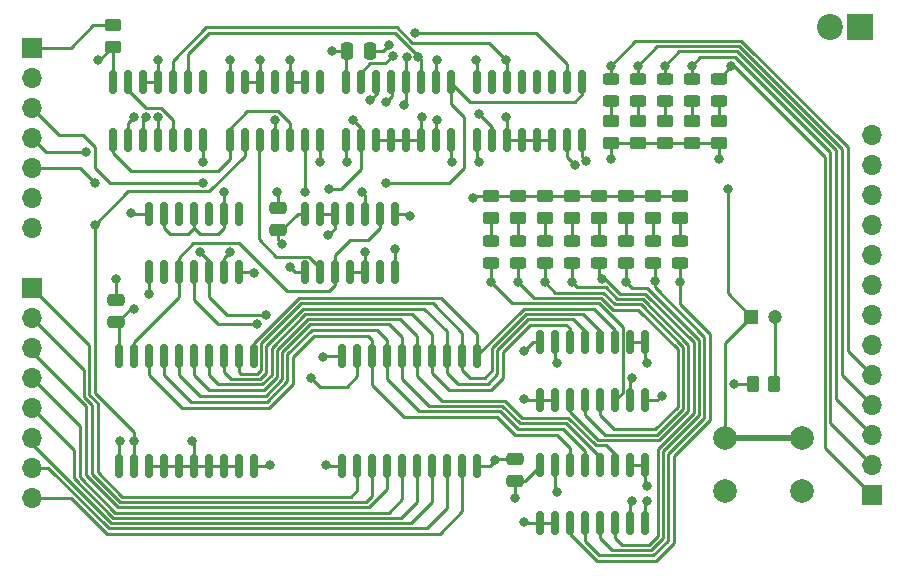
<source format=gbr>
%TF.GenerationSoftware,KiCad,Pcbnew,(6.0.0-0)*%
%TF.CreationDate,2022-08-12T08:36:23-04:00*%
%TF.ProjectId,inst-step-irq-decode,696e7374-2d73-4746-9570-2d6972712d64,rev?*%
%TF.SameCoordinates,Original*%
%TF.FileFunction,Copper,L1,Top*%
%TF.FilePolarity,Positive*%
%FSLAX46Y46*%
G04 Gerber Fmt 4.6, Leading zero omitted, Abs format (unit mm)*
G04 Created by KiCad (PCBNEW (6.0.0-0)) date 2022-08-12 08:36:23*
%MOMM*%
%LPD*%
G01*
G04 APERTURE LIST*
G04 Aperture macros list*
%AMRoundRect*
0 Rectangle with rounded corners*
0 $1 Rounding radius*
0 $2 $3 $4 $5 $6 $7 $8 $9 X,Y pos of 4 corners*
0 Add a 4 corners polygon primitive as box body*
4,1,4,$2,$3,$4,$5,$6,$7,$8,$9,$2,$3,0*
0 Add four circle primitives for the rounded corners*
1,1,$1+$1,$2,$3*
1,1,$1+$1,$4,$5*
1,1,$1+$1,$6,$7*
1,1,$1+$1,$8,$9*
0 Add four rect primitives between the rounded corners*
20,1,$1+$1,$2,$3,$4,$5,0*
20,1,$1+$1,$4,$5,$6,$7,0*
20,1,$1+$1,$6,$7,$8,$9,0*
20,1,$1+$1,$8,$9,$2,$3,0*%
G04 Aperture macros list end*
%TA.AperFunction,SMDPad,CuDef*%
%ADD10RoundRect,0.250000X0.450000X-0.262500X0.450000X0.262500X-0.450000X0.262500X-0.450000X-0.262500X0*%
%TD*%
%TA.AperFunction,SMDPad,CuDef*%
%ADD11RoundRect,0.250000X-0.450000X0.262500X-0.450000X-0.262500X0.450000X-0.262500X0.450000X0.262500X0*%
%TD*%
%TA.AperFunction,SMDPad,CuDef*%
%ADD12RoundRect,0.243750X-0.456250X0.243750X-0.456250X-0.243750X0.456250X-0.243750X0.456250X0.243750X0*%
%TD*%
%TA.AperFunction,SMDPad,CuDef*%
%ADD13RoundRect,0.150000X0.150000X-0.825000X0.150000X0.825000X-0.150000X0.825000X-0.150000X-0.825000X0*%
%TD*%
%TA.AperFunction,SMDPad,CuDef*%
%ADD14RoundRect,0.250000X0.475000X-0.250000X0.475000X0.250000X-0.475000X0.250000X-0.475000X-0.250000X0*%
%TD*%
%TA.AperFunction,SMDPad,CuDef*%
%ADD15RoundRect,0.150000X0.150000X-0.875000X0.150000X0.875000X-0.150000X0.875000X-0.150000X-0.875000X0*%
%TD*%
%TA.AperFunction,SMDPad,CuDef*%
%ADD16RoundRect,0.243750X0.456250X-0.243750X0.456250X0.243750X-0.456250X0.243750X-0.456250X-0.243750X0*%
%TD*%
%TA.AperFunction,SMDPad,CuDef*%
%ADD17RoundRect,0.250000X0.262500X0.450000X-0.262500X0.450000X-0.262500X-0.450000X0.262500X-0.450000X0*%
%TD*%
%TA.AperFunction,ComponentPad*%
%ADD18R,2.200000X2.200000*%
%TD*%
%TA.AperFunction,ComponentPad*%
%ADD19C,2.200000*%
%TD*%
%TA.AperFunction,ComponentPad*%
%ADD20R,1.200000X1.200000*%
%TD*%
%TA.AperFunction,ComponentPad*%
%ADD21C,1.200000*%
%TD*%
%TA.AperFunction,ComponentPad*%
%ADD22C,2.000000*%
%TD*%
%TA.AperFunction,SMDPad,CuDef*%
%ADD23RoundRect,0.250000X-0.250000X-0.475000X0.250000X-0.475000X0.250000X0.475000X-0.250000X0.475000X0*%
%TD*%
%TA.AperFunction,ComponentPad*%
%ADD24R,1.700000X1.700000*%
%TD*%
%TA.AperFunction,ComponentPad*%
%ADD25O,1.700000X1.700000*%
%TD*%
%TA.AperFunction,ViaPad*%
%ADD26C,0.800000*%
%TD*%
%TA.AperFunction,Conductor*%
%ADD27C,0.250000*%
%TD*%
%TA.AperFunction,Conductor*%
%ADD28C,0.500000*%
%TD*%
G04 APERTURE END LIST*
D10*
%TO.P,R2,1*%
%TO.N,Net-(D1-Pad1)*%
X153670000Y-93368742D03*
%TO.P,R2,2*%
%TO.N,GND*%
X153670000Y-91543742D03*
%TD*%
%TO.P,R3,1*%
%TO.N,Net-(D2-Pad1)*%
X155956000Y-93368742D03*
%TO.P,R3,2*%
%TO.N,GND*%
X155956000Y-91543742D03*
%TD*%
D11*
%TO.P,R13,1*%
%TO.N,Net-(D12-Pad1)*%
X172974000Y-85193742D03*
%TO.P,R13,2*%
%TO.N,GND*%
X172974000Y-87018742D03*
%TD*%
D12*
%TO.P,D6,1,K*%
%TO.N,Net-(D6-Pad1)*%
X165100000Y-95328742D03*
%TO.P,D6,2,A*%
%TO.N,INSTRUCTION2*%
X165100000Y-97203742D03*
%TD*%
D11*
%TO.P,R1,1*%
%TO.N,~{RESET}*%
X121666000Y-77065742D03*
%TO.P,R1,2*%
%TO.N,VCC*%
X121666000Y-78890742D03*
%TD*%
D13*
%TO.P,U5,1*%
%TO.N,Net-(U4-Pad6)*%
X137922000Y-97979242D03*
%TO.P,U5,2*%
%TO.N,Net-(U4-Pad3)*%
X139192000Y-97979242D03*
%TO.P,U5,3*%
%TO.N,~{BUS_SEL}*%
X140462000Y-97979242D03*
%TO.P,U5,4*%
%TO.N,GND*%
X141732000Y-97979242D03*
%TO.P,U5,5*%
X143002000Y-97979242D03*
%TO.P,U5,6*%
%TO.N,unconnected-(U5-Pad6)*%
X144272000Y-97979242D03*
%TO.P,U5,7,GND*%
%TO.N,GND*%
X145542000Y-97979242D03*
%TO.P,U5,8*%
%TO.N,Net-(U5-Pad8)*%
X145542000Y-93029242D03*
%TO.P,U5,9*%
%TO.N,~{BUS_SEL}*%
X144272000Y-93029242D03*
%TO.P,U5,10*%
%TO.N,~{LD_IR}*%
X143002000Y-93029242D03*
%TO.P,U5,11*%
%TO.N,unconnected-(U5-Pad11)*%
X141732000Y-93029242D03*
%TO.P,U5,12*%
%TO.N,GND*%
X140462000Y-93029242D03*
%TO.P,U5,13*%
X139192000Y-93029242D03*
%TO.P,U5,14,VCC*%
%TO.N,VCC*%
X137922000Y-93029242D03*
%TD*%
D12*
%TO.P,D8,1,K*%
%TO.N,Net-(D8-Pad1)*%
X169672000Y-95328742D03*
%TO.P,D8,2,A*%
%TO.N,INSTRUCTION0*%
X169672000Y-97203742D03*
%TD*%
D13*
%TO.P,U4,1*%
%TO.N,/~{ZF}*%
X131572000Y-86803242D03*
%TO.P,U4,2*%
%TO.N,~{RESET}*%
X132842000Y-86803242D03*
%TO.P,U4,3*%
%TO.N,Net-(U4-Pad3)*%
X134112000Y-86803242D03*
%TO.P,U4,4*%
%TO.N,~{INT_REQUEST}*%
X135382000Y-86803242D03*
%TO.P,U4,5*%
%TO.N,/~{ZF}*%
X136652000Y-86803242D03*
%TO.P,U4,6*%
%TO.N,Net-(U4-Pad6)*%
X137922000Y-86803242D03*
%TO.P,U4,7,GND*%
%TO.N,GND*%
X139192000Y-86803242D03*
%TO.P,U4,8*%
%TO.N,unconnected-(U4-Pad8)*%
X139192000Y-81853242D03*
%TO.P,U4,9*%
%TO.N,GND*%
X137922000Y-81853242D03*
%TO.P,U4,10*%
X136652000Y-81853242D03*
%TO.P,U4,11*%
%TO.N,unconnected-(U4-Pad11)*%
X135382000Y-81853242D03*
%TO.P,U4,12*%
%TO.N,GND*%
X134112000Y-81853242D03*
%TO.P,U4,13*%
X132842000Y-81853242D03*
%TO.P,U4,14,VCC*%
%TO.N,VCC*%
X131572000Y-81853242D03*
%TD*%
D11*
%TO.P,R12,1*%
%TO.N,Net-(D11-Pad1)*%
X170688000Y-85193742D03*
%TO.P,R12,2*%
%TO.N,GND*%
X170688000Y-87018742D03*
%TD*%
D13*
%TO.P,U8,1,Oe1*%
%TO.N,GND*%
X157861000Y-119237242D03*
%TO.P,U8,2,Oe2*%
X159131000Y-119237242D03*
%TO.P,U8,3,Q0*%
%TO.N,INSTRUCTION0*%
X160401000Y-119237242D03*
%TO.P,U8,4,Q1*%
%TO.N,INSTRUCTION1*%
X161671000Y-119237242D03*
%TO.P,U8,5,Q2*%
%TO.N,INSTRUCTION2*%
X162941000Y-119237242D03*
%TO.P,U8,6,Q3*%
%TO.N,INSTRUCTION3*%
X164211000Y-119237242D03*
%TO.P,U8,7,Cp*%
%TO.N,CLOCK*%
X165481000Y-119237242D03*
%TO.P,U8,8,GND*%
%TO.N,GND*%
X166751000Y-119237242D03*
%TO.P,U8,9,E1*%
%TO.N,Net-(U5-Pad8)*%
X166751000Y-114287242D03*
%TO.P,U8,10,E2*%
X165481000Y-114287242D03*
%TO.P,U8,11,D3*%
%TO.N,/INST_BUS_3*%
X164211000Y-114287242D03*
%TO.P,U8,12,D2*%
%TO.N,/INST_BUS_2*%
X162941000Y-114287242D03*
%TO.P,U8,13,D1*%
%TO.N,/INST_BUS_1*%
X161671000Y-114287242D03*
%TO.P,U8,14,D0*%
%TO.N,/INST_BUS_0*%
X160401000Y-114287242D03*
%TO.P,U8,15,Mr*%
%TO.N,GND*%
X159131000Y-114287242D03*
%TO.P,U8,16,VCC*%
%TO.N,VCC*%
X157861000Y-114287242D03*
%TD*%
D12*
%TO.P,D2,1,K*%
%TO.N,Net-(D2-Pad1)*%
X155956000Y-95328742D03*
%TO.P,D2,2,A*%
%TO.N,INSTRUCTION6*%
X155956000Y-97203742D03*
%TD*%
D14*
%TO.P,C4,1*%
%TO.N,VCC*%
X121920000Y-102218242D03*
%TO.P,C4,2*%
%TO.N,GND*%
X121920000Y-100318242D03*
%TD*%
D10*
%TO.P,R6,1*%
%TO.N,Net-(D5-Pad1)*%
X162814000Y-93368742D03*
%TO.P,R6,2*%
%TO.N,GND*%
X162814000Y-91543742D03*
%TD*%
D15*
%TO.P,U7,1,A->B*%
%TO.N,VCC*%
X141097000Y-114378242D03*
%TO.P,U7,2,A0*%
%TO.N,BUS0*%
X142367000Y-114378242D03*
%TO.P,U7,3,A1*%
%TO.N,BUS1*%
X143637000Y-114378242D03*
%TO.P,U7,4,A2*%
%TO.N,BUS2*%
X144907000Y-114378242D03*
%TO.P,U7,5,A3*%
%TO.N,BUS3*%
X146177000Y-114378242D03*
%TO.P,U7,6,A4*%
%TO.N,BUS4*%
X147447000Y-114378242D03*
%TO.P,U7,7,A5*%
%TO.N,BUS5*%
X148717000Y-114378242D03*
%TO.P,U7,8,A6*%
%TO.N,BUS6*%
X149987000Y-114378242D03*
%TO.P,U7,9,A7*%
%TO.N,BUS7*%
X151257000Y-114378242D03*
%TO.P,U7,10,GND*%
%TO.N,GND*%
X152527000Y-114378242D03*
%TO.P,U7,11,B7*%
%TO.N,/INST_BUS_7*%
X152527000Y-105078242D03*
%TO.P,U7,12,B6*%
%TO.N,/INST_BUS_6*%
X151257000Y-105078242D03*
%TO.P,U7,13,B5*%
%TO.N,/INST_BUS_5*%
X149987000Y-105078242D03*
%TO.P,U7,14,B4*%
%TO.N,/INST_BUS_4*%
X148717000Y-105078242D03*
%TO.P,U7,15,B3*%
%TO.N,/INST_BUS_3*%
X147447000Y-105078242D03*
%TO.P,U7,16,B2*%
%TO.N,/INST_BUS_2*%
X146177000Y-105078242D03*
%TO.P,U7,17,B1*%
%TO.N,/INST_BUS_1*%
X144907000Y-105078242D03*
%TO.P,U7,18,B0*%
%TO.N,/INST_BUS_0*%
X143637000Y-105078242D03*
%TO.P,U7,19,CE*%
%TO.N,Net-(U1-Pad4)*%
X142367000Y-105078242D03*
%TO.P,U7,20,VCC*%
%TO.N,VCC*%
X141097000Y-105078242D03*
%TD*%
%TO.P,U6,1,A->B*%
%TO.N,VCC*%
X122174000Y-114378242D03*
%TO.P,U6,2,A0*%
%TO.N,~{RESET}*%
X123444000Y-114378242D03*
%TO.P,U6,3,A1*%
%TO.N,VCC*%
X124714000Y-114378242D03*
%TO.P,U6,4,A2*%
X125984000Y-114378242D03*
%TO.P,U6,5,A3*%
X127254000Y-114378242D03*
%TO.P,U6,6,A4*%
X128524000Y-114378242D03*
%TO.P,U6,7,A5*%
X129794000Y-114378242D03*
%TO.P,U6,8,A6*%
X131064000Y-114378242D03*
%TO.P,U6,9,A7*%
X132334000Y-114378242D03*
%TO.P,U6,10,GND*%
%TO.N,GND*%
X133604000Y-114378242D03*
%TO.P,U6,11,B7*%
%TO.N,/INST_BUS_7*%
X133604000Y-105078242D03*
%TO.P,U6,12,B6*%
%TO.N,/INST_BUS_6*%
X132334000Y-105078242D03*
%TO.P,U6,13,B5*%
%TO.N,/INST_BUS_5*%
X131064000Y-105078242D03*
%TO.P,U6,14,B4*%
%TO.N,/INST_BUS_4*%
X129794000Y-105078242D03*
%TO.P,U6,15,B3*%
%TO.N,/INST_BUS_3*%
X128524000Y-105078242D03*
%TO.P,U6,16,B2*%
%TO.N,/INST_BUS_2*%
X127254000Y-105078242D03*
%TO.P,U6,17,B1*%
%TO.N,/INST_BUS_1*%
X125984000Y-105078242D03*
%TO.P,U6,18,B0*%
%TO.N,/INST_BUS_0*%
X124714000Y-105078242D03*
%TO.P,U6,19,CE*%
%TO.N,~{BUS_SEL}*%
X123444000Y-105078242D03*
%TO.P,U6,20,VCC*%
%TO.N,VCC*%
X122174000Y-105078242D03*
%TD*%
D12*
%TO.P,D5,1,K*%
%TO.N,Net-(D5-Pad1)*%
X162814000Y-95328742D03*
%TO.P,D5,2,A*%
%TO.N,INSTRUCTION3*%
X162814000Y-97203742D03*
%TD*%
D10*
%TO.P,R4,1*%
%TO.N,Net-(D3-Pad1)*%
X158242000Y-93368742D03*
%TO.P,R4,2*%
%TO.N,GND*%
X158242000Y-91543742D03*
%TD*%
%TO.P,R5,1*%
%TO.N,Net-(D4-Pad1)*%
X160528000Y-93368742D03*
%TO.P,R5,2*%
%TO.N,GND*%
X160528000Y-91543742D03*
%TD*%
%TO.P,R9,1*%
%TO.N,Net-(D8-Pad1)*%
X169672000Y-93368742D03*
%TO.P,R9,2*%
%TO.N,GND*%
X169672000Y-91543742D03*
%TD*%
D12*
%TO.P,D4,1,K*%
%TO.N,Net-(D4-Pad1)*%
X160528000Y-95328742D03*
%TO.P,D4,2,A*%
%TO.N,INSTRUCTION4*%
X160528000Y-97203742D03*
%TD*%
D16*
%TO.P,D11,1,K*%
%TO.N,Net-(D11-Pad1)*%
X170688000Y-83487742D03*
%TO.P,D11,2,A*%
%TO.N,STEP1*%
X170688000Y-81612742D03*
%TD*%
D10*
%TO.P,R7,1*%
%TO.N,Net-(D6-Pad1)*%
X165100000Y-93368742D03*
%TO.P,R7,2*%
%TO.N,GND*%
X165100000Y-91543742D03*
%TD*%
D17*
%TO.P,R15,1*%
%TO.N,Net-(C5-Pad2)*%
X177696500Y-107442242D03*
%TO.P,R15,2*%
%TO.N,GND*%
X175871500Y-107442242D03*
%TD*%
D16*
%TO.P,D10,1,K*%
%TO.N,Net-(D10-Pad1)*%
X168402000Y-83487742D03*
%TO.P,D10,2,A*%
%TO.N,STEP2*%
X168402000Y-81612742D03*
%TD*%
D11*
%TO.P,R14,1*%
%TO.N,Net-(D13-Pad1)*%
X163830000Y-85193742D03*
%TO.P,R14,2*%
%TO.N,GND*%
X163830000Y-87018742D03*
%TD*%
%TO.P,R11,1*%
%TO.N,Net-(D10-Pad1)*%
X168402000Y-85193742D03*
%TO.P,R11,2*%
%TO.N,GND*%
X168402000Y-87018742D03*
%TD*%
D18*
%TO.P,J4,1,Pin_1*%
%TO.N,GND*%
X184912000Y-77216000D03*
D19*
%TO.P,J4,2,Pin_2*%
%TO.N,~{RESET}*%
X182372000Y-77216000D03*
%TD*%
D20*
%TO.P,C5,1*%
%TO.N,~{RESET}*%
X175757401Y-101770000D03*
D21*
%TO.P,C5,2*%
%TO.N,Net-(C5-Pad2)*%
X177757401Y-101770000D03*
%TD*%
D16*
%TO.P,D13,1,K*%
%TO.N,Net-(D13-Pad1)*%
X163830000Y-83487742D03*
%TO.P,D13,2,A*%
%TO.N,STEP4*%
X163830000Y-81612742D03*
%TD*%
D13*
%TO.P,U2,1*%
%TO.N,/~{ZF}*%
X121666000Y-86803242D03*
%TO.P,U2,2*%
%TO.N,STEP0*%
X122936000Y-86803242D03*
%TO.P,U2,3*%
%TO.N,STEP1*%
X124206000Y-86803242D03*
%TO.P,U2,4*%
%TO.N,STEP2*%
X125476000Y-86803242D03*
%TO.P,U2,5*%
%TO.N,Net-(U2-Pad13)*%
X126746000Y-86803242D03*
%TO.P,U2,6*%
%TO.N,N/C*%
X128016000Y-86803242D03*
%TO.P,U2,7,VSS*%
%TO.N,GND*%
X129286000Y-86803242D03*
%TO.P,U2,8*%
%TO.N,N/C*%
X129286000Y-81853242D03*
%TO.P,U2,9*%
%TO.N,STEP3*%
X128016000Y-81853242D03*
%TO.P,U2,10*%
%TO.N,STEP4*%
X126746000Y-81853242D03*
%TO.P,U2,11*%
%TO.N,GND*%
X125476000Y-81853242D03*
%TO.P,U2,12*%
X124206000Y-81853242D03*
%TO.P,U2,13*%
%TO.N,Net-(U2-Pad13)*%
X122936000Y-81853242D03*
%TO.P,U2,14,VDD*%
%TO.N,VCC*%
X121666000Y-81853242D03*
%TD*%
D12*
%TO.P,D3,1,K*%
%TO.N,Net-(D3-Pad1)*%
X158242000Y-95328742D03*
%TO.P,D3,2,A*%
%TO.N,INSTRUCTION5*%
X158242000Y-97203742D03*
%TD*%
%TO.P,D1,1,K*%
%TO.N,Net-(D1-Pad1)*%
X153670000Y-95328742D03*
%TO.P,D1,2,A*%
%TO.N,INSTRUCTION7*%
X153670000Y-97203742D03*
%TD*%
D13*
%TO.P,U9,1,Oe1*%
%TO.N,GND*%
X157861000Y-108823242D03*
%TO.P,U9,2,Oe2*%
X159131000Y-108823242D03*
%TO.P,U9,3,Q0*%
%TO.N,INSTRUCTION4*%
X160401000Y-108823242D03*
%TO.P,U9,4,Q1*%
%TO.N,INSTRUCTION5*%
X161671000Y-108823242D03*
%TO.P,U9,5,Q2*%
%TO.N,INSTRUCTION6*%
X162941000Y-108823242D03*
%TO.P,U9,6,Q3*%
%TO.N,INSTRUCTION7*%
X164211000Y-108823242D03*
%TO.P,U9,7,Cp*%
%TO.N,CLOCK*%
X165481000Y-108823242D03*
%TO.P,U9,8,GND*%
%TO.N,GND*%
X166751000Y-108823242D03*
%TO.P,U9,9,E1*%
%TO.N,Net-(U5-Pad8)*%
X166751000Y-103873242D03*
%TO.P,U9,10,E2*%
X165481000Y-103873242D03*
%TO.P,U9,11,D3*%
%TO.N,/INST_BUS_7*%
X164211000Y-103873242D03*
%TO.P,U9,12,D2*%
%TO.N,/INST_BUS_6*%
X162941000Y-103873242D03*
%TO.P,U9,13,D1*%
%TO.N,/INST_BUS_5*%
X161671000Y-103873242D03*
%TO.P,U9,14,D0*%
%TO.N,/INST_BUS_4*%
X160401000Y-103873242D03*
%TO.P,U9,15,Mr*%
%TO.N,GND*%
X159131000Y-103873242D03*
%TO.P,U9,16,VCC*%
%TO.N,VCC*%
X157861000Y-103873242D03*
%TD*%
%TO.P,U10,1,~{MR}*%
%TO.N,VCC*%
X152527000Y-86803242D03*
%TO.P,U10,2,CP*%
%TO.N,Net-(U1-Pad6)*%
X153797000Y-86803242D03*
%TO.P,U10,3,D0*%
%TO.N,GND*%
X155067000Y-86803242D03*
%TO.P,U10,4,D1*%
X156337000Y-86803242D03*
%TO.P,U10,5,D2*%
X157607000Y-86803242D03*
%TO.P,U10,6,D3*%
X158877000Y-86803242D03*
%TO.P,U10,7,CEP*%
%TO.N,VCC*%
X160147000Y-86803242D03*
%TO.P,U10,8,GND*%
%TO.N,GND*%
X161417000Y-86803242D03*
%TO.P,U10,9,~{PE}*%
%TO.N,~{RESET_STEP}*%
X161417000Y-81853242D03*
%TO.P,U10,10,CET*%
%TO.N,Net-(U10-Pad10)*%
X160147000Y-81853242D03*
%TO.P,U10,11,Q3*%
%TO.N,unconnected-(U10-Pad11)*%
X158877000Y-81853242D03*
%TO.P,U10,12,Q2*%
%TO.N,unconnected-(U10-Pad12)*%
X157607000Y-81853242D03*
%TO.P,U10,13,Q1*%
%TO.N,unconnected-(U10-Pad13)*%
X156337000Y-81853242D03*
%TO.P,U10,14,Q0*%
%TO.N,STEP4*%
X155067000Y-81853242D03*
%TO.P,U10,15,TC*%
%TO.N,unconnected-(U10-Pad15)*%
X153797000Y-81853242D03*
%TO.P,U10,16,VCC*%
%TO.N,VCC*%
X152527000Y-81853242D03*
%TD*%
D16*
%TO.P,D12,1,K*%
%TO.N,Net-(D12-Pad1)*%
X172974000Y-83487742D03*
%TO.P,D12,2,A*%
%TO.N,STEP0*%
X172974000Y-81612742D03*
%TD*%
D14*
%TO.P,C3,1*%
%TO.N,VCC*%
X155702000Y-115680242D03*
%TO.P,C3,2*%
%TO.N,GND*%
X155702000Y-113780242D03*
%TD*%
D13*
%TO.P,U1,1*%
%TO.N,GND*%
X124714000Y-97979242D03*
%TO.P,U1,2*%
%TO.N,unconnected-(U1-Pad2)*%
X125984000Y-97979242D03*
%TO.P,U1,3*%
%TO.N,~{BUS_SEL}*%
X127254000Y-97979242D03*
%TO.P,U1,4*%
%TO.N,Net-(U1-Pad4)*%
X128524000Y-97979242D03*
%TO.P,U1,5*%
%TO.N,CLOCK*%
X129794000Y-97979242D03*
%TO.P,U1,6*%
%TO.N,Net-(U1-Pad6)*%
X131064000Y-97979242D03*
%TO.P,U1,7,GND*%
%TO.N,GND*%
X132334000Y-97979242D03*
%TO.P,U1,8*%
%TO.N,unconnected-(U1-Pad8)*%
X132334000Y-93029242D03*
%TO.P,U1,9*%
%TO.N,GND*%
X131064000Y-93029242D03*
%TO.P,U1,10*%
%TO.N,unconnected-(U1-Pad10)*%
X129794000Y-93029242D03*
%TO.P,U1,11*%
%TO.N,GND*%
X128524000Y-93029242D03*
%TO.P,U1,12*%
%TO.N,unconnected-(U1-Pad12)*%
X127254000Y-93029242D03*
%TO.P,U1,13*%
%TO.N,GND*%
X125984000Y-93029242D03*
%TO.P,U1,14,VCC*%
%TO.N,VCC*%
X124714000Y-93029242D03*
%TD*%
D16*
%TO.P,D9,1,K*%
%TO.N,Net-(D9-Pad1)*%
X166116000Y-83487742D03*
%TO.P,D9,2,A*%
%TO.N,STEP3*%
X166116000Y-81612742D03*
%TD*%
D11*
%TO.P,R10,1*%
%TO.N,Net-(D9-Pad1)*%
X166116000Y-85193742D03*
%TO.P,R10,2*%
%TO.N,GND*%
X166116000Y-87018742D03*
%TD*%
D10*
%TO.P,R8,1*%
%TO.N,Net-(D7-Pad1)*%
X167386000Y-93368742D03*
%TO.P,R8,2*%
%TO.N,GND*%
X167386000Y-91543742D03*
%TD*%
D13*
%TO.P,U3,1,~{MR}*%
%TO.N,VCC*%
X141417000Y-86803242D03*
%TO.P,U3,2,CP*%
%TO.N,Net-(U1-Pad6)*%
X142687000Y-86803242D03*
%TO.P,U3,3,D0*%
%TO.N,GND*%
X143957000Y-86803242D03*
%TO.P,U3,4,D1*%
X145227000Y-86803242D03*
%TO.P,U3,5,D2*%
X146497000Y-86803242D03*
%TO.P,U3,6,D3*%
X147767000Y-86803242D03*
%TO.P,U3,7,CEP*%
%TO.N,VCC*%
X149037000Y-86803242D03*
%TO.P,U3,8,GND*%
%TO.N,GND*%
X150307000Y-86803242D03*
%TO.P,U3,9,~{PE}*%
%TO.N,~{RESET_STEP}*%
X150307000Y-81853242D03*
%TO.P,U3,10,CET*%
%TO.N,VCC*%
X149037000Y-81853242D03*
%TO.P,U3,11,Q3*%
%TO.N,STEP3*%
X147767000Y-81853242D03*
%TO.P,U3,12,Q2*%
%TO.N,STEP2*%
X146497000Y-81853242D03*
%TO.P,U3,13,Q1*%
%TO.N,STEP1*%
X145227000Y-81853242D03*
%TO.P,U3,14,Q0*%
%TO.N,STEP0*%
X143957000Y-81853242D03*
%TO.P,U3,15,TC*%
%TO.N,Net-(U10-Pad10)*%
X142687000Y-81853242D03*
%TO.P,U3,16,VCC*%
%TO.N,VCC*%
X141417000Y-81853242D03*
%TD*%
D22*
%TO.P,SW1,1,1*%
%TO.N,~{RESET}*%
X173534000Y-112050242D03*
X180034000Y-112050242D03*
%TO.P,SW1,2,2*%
%TO.N,GND*%
X173534000Y-116550242D03*
X180034000Y-116550242D03*
%TD*%
D23*
%TO.P,C1,1*%
%TO.N,VCC*%
X141544000Y-79248242D03*
%TO.P,C1,2*%
%TO.N,GND*%
X143444000Y-79248242D03*
%TD*%
D14*
%TO.P,C2,1*%
%TO.N,VCC*%
X135636000Y-94422242D03*
%TO.P,C2,2*%
%TO.N,GND*%
X135636000Y-92522242D03*
%TD*%
D12*
%TO.P,D7,1,K*%
%TO.N,Net-(D7-Pad1)*%
X167386000Y-95328742D03*
%TO.P,D7,2,A*%
%TO.N,INSTRUCTION1*%
X167386000Y-97203742D03*
%TD*%
D24*
%TO.P,J1,1,Pin_1*%
%TO.N,BUS0*%
X114808000Y-99314242D03*
D25*
%TO.P,J1,2,Pin_2*%
%TO.N,BUS1*%
X114808000Y-101854242D03*
%TO.P,J1,3,Pin_3*%
%TO.N,BUS2*%
X114808000Y-104394242D03*
%TO.P,J1,4,Pin_4*%
%TO.N,BUS3*%
X114808000Y-106934242D03*
%TO.P,J1,5,Pin_5*%
%TO.N,BUS4*%
X114808000Y-109474242D03*
%TO.P,J1,6,Pin_6*%
%TO.N,BUS5*%
X114808000Y-112014242D03*
%TO.P,J1,7,Pin_7*%
%TO.N,BUS6*%
X114808000Y-114554242D03*
%TO.P,J1,8,Pin_8*%
%TO.N,BUS7*%
X114808000Y-117094242D03*
%TD*%
D24*
%TO.P,J2,1,Pin_1*%
%TO.N,STEP0*%
X185928000Y-116840000D03*
D25*
%TO.P,J2,2,Pin_2*%
%TO.N,STEP1*%
X185928000Y-114300000D03*
%TO.P,J2,3,Pin_3*%
%TO.N,STEP2*%
X185928000Y-111760000D03*
%TO.P,J2,4,Pin_4*%
%TO.N,STEP3*%
X185928000Y-109220000D03*
%TO.P,J2,5,Pin_5*%
%TO.N,STEP4*%
X185928000Y-106680000D03*
%TO.P,J2,6,Pin_6*%
%TO.N,INSTRUCTION0*%
X185928000Y-104140000D03*
%TO.P,J2,7,Pin_7*%
%TO.N,INSTRUCTION1*%
X185928000Y-101600000D03*
%TO.P,J2,8,Pin_8*%
%TO.N,INSTRUCTION2*%
X185928000Y-99060000D03*
%TO.P,J2,9,Pin_9*%
%TO.N,INSTRUCTION3*%
X185928000Y-96520000D03*
%TO.P,J2,10,Pin_10*%
%TO.N,INSTRUCTION4*%
X185928000Y-93980000D03*
%TO.P,J2,11,Pin_11*%
%TO.N,INSTRUCTION5*%
X185928000Y-91440000D03*
%TO.P,J2,12,Pin_12*%
%TO.N,INSTRUCTION6*%
X185928000Y-88900000D03*
%TO.P,J2,13,Pin_13*%
%TO.N,INSTRUCTION7*%
X185928000Y-86360000D03*
%TD*%
D24*
%TO.P,J3,1,Pin_1*%
%TO.N,~{RESET}*%
X114808000Y-78994242D03*
D25*
%TO.P,J3,2,Pin_2*%
%TO.N,CLOCK*%
X114808000Y-81534242D03*
%TO.P,J3,3,Pin_3*%
%TO.N,~{LD_IR}*%
X114808000Y-84074242D03*
%TO.P,J3,4,Pin_4*%
%TO.N,~{INT_REQUEST}*%
X114808000Y-86614242D03*
%TO.P,J3,5,Pin_5*%
%TO.N,~{RESET_STEP}*%
X114808000Y-89154242D03*
%TO.P,J3,6,Pin_6*%
%TO.N,GND*%
X114808000Y-91694242D03*
%TO.P,J3,7,Pin_7*%
%TO.N,VCC*%
X114808000Y-94234242D03*
%TD*%
D26*
%TO.N,VCC*%
X135989386Y-95594788D03*
X128397000Y-112268242D03*
X160782000Y-88900000D03*
X122301000Y-112268242D03*
X140208000Y-79248000D03*
X131572000Y-80010000D03*
X139446000Y-105156242D03*
X156464000Y-104648242D03*
X149098000Y-85090000D03*
X155702000Y-117094242D03*
X149098000Y-80010000D03*
X139700000Y-114300242D03*
X120396000Y-80010000D03*
X123190000Y-92964242D03*
X152654000Y-88646000D03*
X152400000Y-80010000D03*
X141478000Y-88646000D03*
X123444000Y-101092000D03*
%TO.N,GND*%
X133604000Y-98044242D03*
X124714000Y-99822000D03*
X129286000Y-88646000D03*
X163830000Y-88392000D03*
X152146000Y-91694242D03*
X150368000Y-88646000D03*
X145034000Y-78740000D03*
X136652000Y-80010000D03*
X174258500Y-107442000D03*
X168148000Y-108458242D03*
X156464000Y-119126242D03*
X156464000Y-108712242D03*
X143002000Y-96266000D03*
X172974000Y-88392242D03*
X145542000Y-96012242D03*
X121920000Y-98552242D03*
X135631580Y-91181822D03*
X166878000Y-117348242D03*
X131064000Y-91186242D03*
X125476000Y-80010000D03*
X139904550Y-94873123D03*
X154940000Y-84836000D03*
X135001000Y-114300242D03*
X154051000Y-113919242D03*
X161730211Y-88583930D03*
X134112000Y-80010000D03*
X139192000Y-88646000D03*
X159258000Y-116586242D03*
X147832299Y-84840299D03*
X159258000Y-105664242D03*
%TO.N,Net-(U1-Pad6)*%
X141986000Y-85090000D03*
X152654000Y-84582000D03*
X139954000Y-90932000D03*
X131572000Y-96266000D03*
%TO.N,STEP4*%
X163830000Y-80518000D03*
X154940000Y-80010000D03*
%TO.N,Net-(U4-Pad6)*%
X136652000Y-97536000D03*
X137922000Y-91186000D03*
%TO.N,STEP3*%
X147557486Y-79750236D03*
X166116000Y-80518000D03*
%TO.N,STEP2*%
X125480299Y-84840299D03*
X146558000Y-79756000D03*
X146304000Y-83820000D03*
X168402000Y-80518000D03*
%TO.N,STEP1*%
X124460000Y-84836000D03*
X170688000Y-80518000D03*
X144780000Y-83566000D03*
%TO.N,STEP0*%
X174068742Y-80518000D03*
X143491779Y-83407989D03*
X123444000Y-84836000D03*
%TO.N,CLOCK*%
X129032000Y-96266000D03*
X165608000Y-106934242D03*
X165608000Y-117348242D03*
X134620000Y-101600242D03*
%TO.N,INSTRUCTION7*%
X153670000Y-98806000D03*
%TO.N,INSTRUCTION6*%
X155956000Y-98806000D03*
%TO.N,INSTRUCTION5*%
X158242000Y-98806000D03*
%TO.N,INSTRUCTION4*%
X160528000Y-98806000D03*
%TO.N,INSTRUCTION3*%
X163068000Y-98552000D03*
%TO.N,INSTRUCTION2*%
X165100000Y-98806000D03*
%TO.N,INSTRUCTION1*%
X167561500Y-98727500D03*
%TO.N,INSTRUCTION0*%
X169672000Y-98806000D03*
%TO.N,~{RESET}*%
X120142000Y-93980000D03*
X173736000Y-90932000D03*
X123444000Y-112268000D03*
%TO.N,~{INT_REQUEST}*%
X119417500Y-87796302D03*
X135382000Y-85090000D03*
%TO.N,~{RESET_STEP}*%
X120142000Y-90424000D03*
X144780000Y-90424000D03*
%TO.N,Net-(U1-Pad4)*%
X133858000Y-102362242D03*
X138430000Y-106934242D03*
%TO.N,~{LD_IR}*%
X129286000Y-90424000D03*
X142748000Y-91186000D03*
%TO.N,Net-(U5-Pad8)*%
X166878000Y-116078242D03*
X166878000Y-105664242D03*
X146812000Y-93218242D03*
%TO.N,Net-(U10-Pad10)*%
X147261151Y-77774249D03*
X145385978Y-79675477D03*
%TD*%
D27*
%TO.N,VCC*%
X121666000Y-81853242D02*
X121666000Y-78890742D01*
X157239000Y-103873242D02*
X156464000Y-104648242D01*
X149037000Y-80071000D02*
X149098000Y-80010000D01*
X131572000Y-81853242D02*
X131572000Y-80010000D01*
X152527000Y-86803242D02*
X152527000Y-88519000D01*
X141417000Y-88585000D02*
X141478000Y-88646000D01*
X152527000Y-88519000D02*
X152654000Y-88646000D01*
X122174000Y-102472242D02*
X122174000Y-105078242D01*
X141097000Y-114378242D02*
X139778000Y-114378242D01*
X141417000Y-81853242D02*
X141417000Y-79375242D01*
X139524000Y-105078242D02*
X139446000Y-105156242D01*
X149037000Y-81853242D02*
X149037000Y-80071000D01*
X120546742Y-80010000D02*
X120396000Y-80010000D01*
X149037000Y-85151000D02*
X149098000Y-85090000D01*
X123255000Y-93029242D02*
X123190000Y-92964242D01*
X135636000Y-94422242D02*
X135955758Y-94422242D01*
X132334000Y-114378242D02*
X124714000Y-114378242D01*
X121920000Y-102218242D02*
X122174000Y-102472242D01*
X140208242Y-79248242D02*
X140208000Y-79248000D01*
X135636000Y-94422242D02*
X135636000Y-95241402D01*
X128524000Y-112395242D02*
X128397000Y-112268242D01*
X155702000Y-115680242D02*
X156608000Y-115680242D01*
X152527000Y-80137000D02*
X152400000Y-80010000D01*
X128524000Y-114378242D02*
X128524000Y-112395242D01*
X141097000Y-105078242D02*
X139524000Y-105078242D01*
X135955758Y-94422242D02*
X137348758Y-93029242D01*
X156608000Y-115680242D02*
X157861000Y-114427242D01*
X160147000Y-88265000D02*
X160782000Y-88900000D01*
X141417000Y-86803242D02*
X141417000Y-88585000D01*
X124714000Y-93029242D02*
X123255000Y-93029242D01*
X160147000Y-86803242D02*
X160147000Y-88265000D01*
X141417000Y-79375242D02*
X141544000Y-79248242D01*
X152527000Y-81853242D02*
X152527000Y-80137000D01*
X139778000Y-114378242D02*
X139700000Y-114300242D01*
X122174000Y-114378242D02*
X122174000Y-112395242D01*
X141544000Y-79248242D02*
X140208242Y-79248242D01*
X121666000Y-78890742D02*
X120546742Y-80010000D01*
X122174000Y-112395242D02*
X122301000Y-112268242D01*
X122063758Y-102218242D02*
X123190000Y-101092000D01*
X137348758Y-93029242D02*
X137922000Y-93029242D01*
X149037000Y-86803242D02*
X149037000Y-85151000D01*
X123190000Y-101092000D02*
X123444000Y-101092000D01*
X121920000Y-102218242D02*
X122063758Y-102218242D01*
X157861000Y-103873242D02*
X157239000Y-103873242D01*
X135636000Y-95241402D02*
X135989386Y-95594788D01*
X155702000Y-115680242D02*
X155702000Y-117094242D01*
%TO.N,GND*%
X140462000Y-94315673D02*
X139904550Y-94873123D01*
X129032000Y-94742242D02*
X128524000Y-94234242D01*
X155067000Y-84963000D02*
X154940000Y-84836000D01*
X167783000Y-108823242D02*
X168148000Y-108458242D01*
X157861000Y-108823242D02*
X156575000Y-108823242D01*
X166751000Y-117475242D02*
X166878000Y-117348242D01*
X133604000Y-114378242D02*
X134923000Y-114378242D01*
X130556000Y-94742242D02*
X129032000Y-94742242D01*
X156575000Y-119237242D02*
X156464000Y-119126242D01*
X150307000Y-88585000D02*
X150368000Y-88646000D01*
X121920000Y-100318242D02*
X121920000Y-98552242D01*
X147767000Y-84905598D02*
X147832299Y-84840299D01*
X143444000Y-79248242D02*
X144525758Y-79248242D01*
X128524000Y-94234242D02*
X128524000Y-93029242D01*
X155067000Y-86803242D02*
X155067000Y-84963000D01*
X134112000Y-81853242D02*
X134112000Y-80010000D01*
X152527000Y-114378242D02*
X153592000Y-114378242D01*
X163830000Y-87018742D02*
X163830000Y-88392000D01*
X125984000Y-93029242D02*
X125984000Y-94234242D01*
X153670000Y-91543742D02*
X152296500Y-91543742D01*
X158877000Y-86803242D02*
X155067000Y-86803242D01*
X126492000Y-94742242D02*
X128016000Y-94742242D01*
X159258000Y-116586242D02*
X159131000Y-116459242D01*
X139192000Y-86803242D02*
X139192000Y-88646000D01*
X152296500Y-91543742D02*
X152146000Y-91694242D01*
X161417000Y-88270719D02*
X161730211Y-88583930D01*
X172974000Y-87018742D02*
X172974000Y-88392242D01*
X159131000Y-103873242D02*
X159131000Y-105537242D01*
X131064000Y-93029242D02*
X131064000Y-91186242D01*
X175871500Y-107442242D02*
X174258742Y-107442242D01*
X147767000Y-86803242D02*
X147767000Y-84905598D01*
X125984000Y-94234242D02*
X126492000Y-94742242D01*
X159131000Y-119237242D02*
X157861000Y-119237242D01*
X132334000Y-97979242D02*
X133539000Y-97979242D01*
X161417000Y-86803242D02*
X161417000Y-88270719D01*
X147767000Y-86803242D02*
X143957000Y-86803242D01*
X157861000Y-119237242D02*
X156575000Y-119237242D01*
X134112000Y-81853242D02*
X132842000Y-81853242D01*
X153592000Y-114378242D02*
X154190000Y-113780242D01*
X131064000Y-94234242D02*
X130556000Y-94742242D01*
X143002000Y-97979242D02*
X143002000Y-96266000D01*
X159131000Y-105537242D02*
X159258000Y-105664242D01*
X140462000Y-93029242D02*
X140462000Y-94315673D01*
X141732000Y-97979242D02*
X143002000Y-97979242D01*
X159131000Y-116459242D02*
X159131000Y-114287242D01*
X135636000Y-92522242D02*
X135636000Y-91186242D01*
X135636000Y-91186242D02*
X135631580Y-91181822D01*
X125476000Y-81853242D02*
X125476000Y-80010000D01*
X153670000Y-91543742D02*
X169672000Y-91543742D01*
X134923000Y-114378242D02*
X135001000Y-114300242D01*
X163830000Y-87018742D02*
X166116000Y-87018742D01*
X144525758Y-79248242D02*
X145034000Y-78740000D01*
X129286000Y-86803242D02*
X129286000Y-88646000D01*
X137922000Y-81853242D02*
X136652000Y-81853242D01*
X159131000Y-108823242D02*
X157861000Y-108823242D01*
X166116000Y-87018742D02*
X172974000Y-87018742D01*
X128016000Y-94742242D02*
X128524000Y-94234242D01*
X131064000Y-93029242D02*
X131064000Y-94234242D01*
X136652000Y-81853242D02*
X136652000Y-80010000D01*
X174258742Y-107442242D02*
X174258500Y-107442000D01*
X125476000Y-81853242D02*
X124206000Y-81853242D01*
X139192000Y-93029242D02*
X140462000Y-93029242D01*
X145542000Y-97979242D02*
X145542000Y-96012242D01*
X166751000Y-108823242D02*
X167783000Y-108823242D01*
X166751000Y-119237242D02*
X166751000Y-117475242D01*
X156575000Y-108823242D02*
X156464000Y-108712242D01*
X154190000Y-113780242D02*
X155702000Y-113780242D01*
X150307000Y-86803242D02*
X150307000Y-88585000D01*
X124714000Y-97979242D02*
X124714000Y-99822000D01*
X133539000Y-97979242D02*
X133604000Y-98044242D01*
%TO.N,Net-(D4-Pad1)*%
X160528000Y-95214242D02*
X160528000Y-93254242D01*
%TO.N,/~{ZF}*%
X130556000Y-89408000D02*
X131572000Y-88392000D01*
X136652000Y-85335400D02*
X136652000Y-86803242D01*
X121666000Y-86803242D02*
X121666000Y-87884000D01*
X123190000Y-89408000D02*
X130556000Y-89408000D01*
X135682099Y-84365499D02*
X136652000Y-85335400D01*
X131572000Y-85852000D02*
X133058501Y-84365499D01*
X133058501Y-84365499D02*
X135682099Y-84365499D01*
X131572000Y-88392000D02*
X131572000Y-86803242D01*
X121666000Y-87884000D02*
X123190000Y-89408000D01*
X131572000Y-86803242D02*
X131572000Y-85852000D01*
%TO.N,Net-(U1-Pad6)*%
X131064000Y-96774000D02*
X131572000Y-96266000D01*
X142687000Y-89215000D02*
X142687000Y-86803242D01*
X141986000Y-85090000D02*
X142687000Y-85791000D01*
X131064000Y-97979242D02*
X131064000Y-96774000D01*
X140970000Y-90932000D02*
X142687000Y-89215000D01*
X153797000Y-86803242D02*
X153797000Y-85725000D01*
X153797000Y-85725000D02*
X152654000Y-84582000D01*
X139954000Y-90932000D02*
X140970000Y-90932000D01*
X142687000Y-85791000D02*
X142687000Y-86803242D01*
%TO.N,STEP4*%
X155067000Y-80137000D02*
X155067000Y-81853242D01*
X165940532Y-78407468D02*
X163830000Y-80518000D01*
X126746000Y-80136296D02*
X129607807Y-77274489D01*
X145736794Y-77274490D02*
X147044292Y-78581988D01*
X153511988Y-78581988D02*
X155067000Y-80137000D01*
X183896000Y-87413543D02*
X174889925Y-78407468D01*
X163830000Y-80518000D02*
X163830000Y-81612742D01*
X174889925Y-78407468D02*
X165940532Y-78407468D01*
X147044292Y-78581988D02*
X153511988Y-78581988D01*
X183896000Y-104648000D02*
X183896000Y-87413543D01*
X126746000Y-81853242D02*
X126746000Y-80136296D01*
X185928000Y-106680000D02*
X183896000Y-104648000D01*
X129607807Y-77274489D02*
X145736794Y-77274490D01*
%TO.N,Net-(U4-Pad3)*%
X134078480Y-95216480D02*
X134078480Y-86836762D01*
X134078480Y-86836762D02*
X134112000Y-86803242D01*
X139192000Y-97979242D02*
X139192000Y-97603170D01*
X135541722Y-96679722D02*
X134078480Y-95216480D01*
X139192000Y-97603170D02*
X138268552Y-96679722D01*
X138268552Y-96679722D02*
X135541722Y-96679722D01*
%TO.N,Net-(U4-Pad6)*%
X137922000Y-91186000D02*
X137922000Y-86803242D01*
X137095242Y-97979242D02*
X136652000Y-97536000D01*
X137922000Y-97979242D02*
X137095242Y-97979242D01*
%TO.N,STEP3*%
X183388000Y-106680000D02*
X185928000Y-109220000D01*
X183388000Y-87541250D02*
X183388000Y-106680000D01*
X128016000Y-81853242D02*
X128016000Y-79502000D01*
X129794000Y-77724000D02*
X145550600Y-77724000D01*
X166116000Y-80518000D02*
X167777022Y-78856978D01*
X145550600Y-77724000D02*
X147767000Y-79940400D01*
X174703728Y-78856978D02*
X183388000Y-87541250D01*
X167777022Y-78856978D02*
X174703728Y-78856978D01*
X166116000Y-81612742D02*
X166116000Y-80518000D01*
X147767000Y-79940400D02*
X147767000Y-81853242D01*
X128016000Y-79502000D02*
X129794000Y-77724000D01*
%TO.N,STEP2*%
X125476000Y-86803242D02*
X125476000Y-84844598D01*
X185928000Y-111760000D02*
X182880000Y-108712000D01*
X146497000Y-83627000D02*
X146304000Y-83820000D01*
X182880000Y-108712000D02*
X182880000Y-87668954D01*
X125476000Y-84844598D02*
X125480299Y-84840299D01*
X182880000Y-87668954D02*
X174517535Y-79306489D01*
X146497000Y-79817000D02*
X146558000Y-79756000D01*
X168402000Y-80518000D02*
X168402000Y-81612742D01*
X146497000Y-81853242D02*
X146497000Y-83627000D01*
X169613511Y-79306489D02*
X168402000Y-80518000D01*
X174517535Y-79306489D02*
X169613511Y-79306489D01*
X146497000Y-81853242D02*
X146497000Y-79817000D01*
%TO.N,~{BUS_SEL}*%
X144272000Y-93029242D02*
X144272000Y-94234000D01*
X140462000Y-96520000D02*
X140462000Y-97979242D01*
X128486501Y-95541499D02*
X127254000Y-96774000D01*
X123444000Y-105078242D02*
X123444000Y-103886242D01*
X140462000Y-97979242D02*
X140462000Y-99060000D01*
X139954000Y-99568000D02*
X136398000Y-99568000D01*
X127254000Y-100076242D02*
X127254000Y-97979242D01*
X132371499Y-95541499D02*
X128486501Y-95541499D01*
X140462000Y-99060000D02*
X139954000Y-99568000D01*
X141732000Y-95250000D02*
X140462000Y-96520000D01*
X136398000Y-99568000D02*
X132371499Y-95541499D01*
X127254000Y-96774000D02*
X127254000Y-97979242D01*
X144272000Y-94234000D02*
X143256000Y-95250000D01*
X143256000Y-95250000D02*
X141732000Y-95250000D01*
X123444000Y-103886242D02*
X127254000Y-100076242D01*
%TO.N,STEP1*%
X170688000Y-81612742D02*
X170688000Y-80518000D01*
X182430490Y-87855148D02*
X182430490Y-110802490D01*
X124206000Y-86803242D02*
X124206000Y-85090000D01*
X145288000Y-83058000D02*
X145288000Y-81914242D01*
X145288000Y-81914242D02*
X145227000Y-81853242D01*
X174368841Y-79793499D02*
X182430490Y-87855148D01*
X144780000Y-83566000D02*
X145288000Y-83058000D01*
X170688000Y-80518000D02*
X171412501Y-79793499D01*
X124206000Y-85090000D02*
X124460000Y-84836000D01*
X171412501Y-79793499D02*
X174368841Y-79793499D01*
X182430490Y-110802490D02*
X185928000Y-114300000D01*
%TO.N,STEP0*%
X122936000Y-86803242D02*
X122936000Y-85344000D01*
X122936000Y-85344000D02*
X123444000Y-84836000D01*
X144018000Y-81914242D02*
X144018000Y-82881768D01*
X143957000Y-81853242D02*
X144018000Y-81914242D01*
X185928000Y-116840000D02*
X181980979Y-112892979D01*
X174068742Y-80518000D02*
X172974000Y-81612742D01*
X174244000Y-80518000D02*
X174068742Y-80518000D01*
X144018000Y-82881768D02*
X143491779Y-83407989D01*
X181980979Y-112892979D02*
X181980979Y-88254979D01*
X181980979Y-88254979D02*
X174244000Y-80518000D01*
%TO.N,BUS0*%
X120396000Y-109093704D02*
X119692489Y-108390193D01*
X119692489Y-104198731D02*
X114808000Y-99314242D01*
X142367000Y-116459242D02*
X141830819Y-116995423D01*
X142367000Y-114378242D02*
X142367000Y-116459242D01*
X122461538Y-116995423D02*
X120396000Y-114929885D01*
X119692489Y-108390193D02*
X119692489Y-104198731D01*
X141830819Y-116995423D02*
X122461538Y-116995423D01*
X120396000Y-114929885D02*
X120396000Y-109093704D01*
%TO.N,BUS1*%
X143637000Y-116967242D02*
X143637000Y-114378242D01*
X143159306Y-117444936D02*
X143637000Y-116967242D01*
X122275347Y-117444936D02*
X143159306Y-117444936D01*
X114808000Y-101854242D02*
X119242979Y-106289221D01*
X119242979Y-108576387D02*
X119888000Y-109221408D01*
X119242979Y-106289221D02*
X119242979Y-108576387D01*
X119888000Y-109221408D02*
X119888000Y-115057589D01*
X119888000Y-115057589D02*
X122275347Y-117444936D01*
%TO.N,BUS2*%
X119380000Y-115185293D02*
X119380000Y-109349112D01*
X144907000Y-114378242D02*
X144907000Y-116332946D01*
X143345499Y-117894447D02*
X122089154Y-117894447D01*
X122089154Y-117894447D02*
X119380000Y-115185293D01*
X119380000Y-109349112D02*
X114808000Y-104777112D01*
X114808000Y-104777112D02*
X114808000Y-104394242D01*
X144907000Y-116332946D02*
X143345499Y-117894447D01*
%TO.N,BUS3*%
X145054043Y-118343957D02*
X146177000Y-117221000D01*
X114808000Y-106934242D02*
X118872000Y-110998242D01*
X146177000Y-117221000D02*
X146177000Y-114378242D01*
X121902960Y-118343957D02*
X145054043Y-118343957D01*
X118872000Y-115312997D02*
X121902960Y-118343957D01*
X118872000Y-110998242D02*
X118872000Y-115312997D01*
%TO.N,BUS4*%
X146128532Y-118793468D02*
X121716579Y-118793467D01*
X118364000Y-115440888D02*
X118364000Y-113030242D01*
X121716579Y-118793467D02*
X118364000Y-115440888D01*
X147447000Y-117475000D02*
X146128532Y-118793468D01*
X147447000Y-114378242D02*
X147447000Y-117475000D01*
X118364000Y-113030242D02*
X114808000Y-109474242D01*
%TO.N,BUS5*%
X146949263Y-119242979D02*
X148717000Y-117475242D01*
X114808000Y-112014242D02*
X114808000Y-112520592D01*
X114808000Y-112520592D02*
X121530386Y-119242978D01*
X121530386Y-119242978D02*
X146949263Y-119242979D01*
X148717000Y-117475242D02*
X148717000Y-114378242D01*
%TO.N,BUS6*%
X121344193Y-119692489D02*
X116205946Y-114554242D01*
X116205946Y-114554242D02*
X114808000Y-114554242D01*
X149987000Y-117983242D02*
X148277753Y-119692489D01*
X148277753Y-119692489D02*
X121344193Y-119692489D01*
X149987000Y-114378242D02*
X149987000Y-117983242D01*
%TO.N,BUS7*%
X149352000Y-120142000D02*
X151257000Y-118237000D01*
X121158000Y-120142000D02*
X149352000Y-120142000D01*
X114808000Y-117094242D02*
X118110242Y-117094242D01*
X151257000Y-118237000D02*
X151257000Y-114378242D01*
X118110242Y-117094242D02*
X121158000Y-120142000D01*
%TO.N,CLOCK*%
X129794000Y-100076242D02*
X129794000Y-97979242D01*
X165481000Y-107061242D02*
X165608000Y-106934242D01*
X165481000Y-108823242D02*
X165481000Y-107061242D01*
X131318000Y-101600242D02*
X129794000Y-100076242D01*
X165481000Y-117475242D02*
X165481000Y-119237242D01*
X165608000Y-117348242D02*
X165481000Y-117475242D01*
X129794000Y-97979242D02*
X129794000Y-97028000D01*
X129794000Y-97028000D02*
X129032000Y-96266000D01*
X134620000Y-101600242D02*
X131318000Y-101600242D01*
%TO.N,Net-(D1-Pad1)*%
X153670000Y-95328742D02*
X153670000Y-93368742D01*
%TO.N,Net-(D2-Pad1)*%
X155956000Y-95214242D02*
X155956000Y-93254242D01*
%TO.N,Net-(D3-Pad1)*%
X158242000Y-95214242D02*
X158242000Y-93254242D01*
%TO.N,INSTRUCTION7*%
X155489033Y-100625033D02*
X162852217Y-100625033D01*
X164846000Y-102618816D02*
X164846000Y-108188242D01*
X153670000Y-98806000D02*
X155489033Y-100625033D01*
X162852217Y-100625033D02*
X164846000Y-102618816D01*
X153670000Y-97203742D02*
X153670000Y-98806000D01*
X164846000Y-108188242D02*
X164211000Y-108823242D01*
%TO.N,INSTRUCTION6*%
X157325523Y-100175523D02*
X155956000Y-98806000D01*
X167635776Y-111252242D02*
X169514934Y-109373084D01*
X164033420Y-101170532D02*
X163038411Y-100175523D01*
X169514934Y-109373084D02*
X169514934Y-104490934D01*
X162941000Y-108823242D02*
X162941000Y-110109242D01*
X155956000Y-98806000D02*
X155956000Y-97203742D01*
X169514934Y-104490934D02*
X166194533Y-101170533D01*
X164084000Y-111252242D02*
X167635776Y-111252242D01*
X166194533Y-101170533D02*
X164033420Y-101170532D01*
X162941000Y-110109242D02*
X164084000Y-111252242D01*
X163038411Y-100175523D02*
X157325523Y-100175523D01*
%TO.N,INSTRUCTION5*%
X161671000Y-110108538D02*
X161671000Y-108823242D01*
X167763480Y-111760242D02*
X163322704Y-111760242D01*
X164219613Y-100721021D02*
X166384784Y-100721022D01*
X158242000Y-98806000D02*
X159162012Y-99726012D01*
X163224604Y-99726012D02*
X164219613Y-100721021D01*
X166384784Y-100721022D02*
X169964445Y-104300683D01*
X158242000Y-97203742D02*
X158242000Y-98806000D01*
X169964445Y-104300683D02*
X169964444Y-109559278D01*
X163322704Y-111760242D02*
X161671000Y-110108538D01*
X169964444Y-109559278D02*
X167763480Y-111760242D01*
X159162012Y-99726012D02*
X163224604Y-99726012D01*
%TO.N,INSTRUCTION4*%
X160401000Y-109855242D02*
X160401000Y-108823242D01*
X164405806Y-100271510D02*
X166570978Y-100271512D01*
X170413954Y-109745472D02*
X167949673Y-112209753D01*
X163410798Y-99276502D02*
X164405806Y-100271510D01*
X160998501Y-99276501D02*
X163410798Y-99276502D01*
X160528000Y-98806000D02*
X160998501Y-99276501D01*
X170413956Y-104114490D02*
X170413954Y-109745472D01*
X166570978Y-100271512D02*
X170413956Y-104114490D01*
X162755511Y-112209753D02*
X160401000Y-109855242D01*
X160528000Y-97203742D02*
X160528000Y-98806000D01*
X167949673Y-112209753D02*
X162755511Y-112209753D01*
%TO.N,INSTRUCTION3*%
X170863467Y-103928260D02*
X170863467Y-109931663D01*
X170863467Y-109931663D02*
X167815468Y-112979662D01*
X162864612Y-97203742D02*
X162864612Y-98348612D01*
X167815467Y-120345663D02*
X167081421Y-121079709D01*
X166757207Y-99822000D02*
X170863467Y-103928260D01*
X163068000Y-98552000D02*
X163322000Y-98552000D01*
X164211000Y-120523242D02*
X164211000Y-119237242D01*
X164591999Y-99821999D02*
X166757207Y-99822000D01*
X163322000Y-98552000D02*
X164591999Y-99821999D01*
X162864612Y-98348612D02*
X163068000Y-98552000D01*
X164767467Y-121079709D02*
X164211000Y-120523242D01*
X167081421Y-121079709D02*
X164767467Y-121079709D01*
X167815468Y-112979662D02*
X167815467Y-120345663D01*
%TO.N,INSTRUCTION2*%
X163946978Y-121529220D02*
X167267615Y-121529219D01*
X165608000Y-99314000D02*
X165100000Y-98806000D01*
X162941000Y-120523242D02*
X163946978Y-121529220D01*
X167267615Y-121529219D02*
X168264978Y-120531856D01*
X162941000Y-119237242D02*
X162941000Y-120523242D01*
X166884949Y-99314000D02*
X165608000Y-99314000D01*
X165100000Y-98806000D02*
X165100000Y-97203742D01*
X171312978Y-103742029D02*
X166884949Y-99314000D01*
X168264978Y-120531856D02*
X168264979Y-113165855D01*
X171312978Y-110117856D02*
X171312978Y-103742029D01*
X168264979Y-113165855D02*
X171312978Y-110117856D01*
%TO.N,INSTRUCTION1*%
X162872489Y-121978731D02*
X161671000Y-120777242D01*
X171762489Y-103437435D02*
X171762489Y-110304049D01*
X167561500Y-99236446D02*
X171762489Y-103437435D01*
X167453808Y-121978730D02*
X162872489Y-121978731D01*
X168714489Y-120718049D02*
X167453808Y-121978730D01*
X168714489Y-113352049D02*
X168714489Y-120718049D01*
X171762489Y-110304049D02*
X168714489Y-113352049D01*
X167561500Y-97203742D02*
X167561500Y-99236446D01*
X161671000Y-120777242D02*
X161671000Y-119237242D01*
%TO.N,INSTRUCTION0*%
X167640000Y-122428242D02*
X169164000Y-120904242D01*
X160401000Y-119237242D02*
X160401000Y-120142946D01*
X160401000Y-120142946D02*
X162686296Y-122428242D01*
X169164000Y-113538242D02*
X172212000Y-110490242D01*
X172212000Y-103251242D02*
X169672000Y-100711242D01*
X172212000Y-110490242D02*
X172212000Y-103251242D01*
X169672000Y-100711242D02*
X169672000Y-97203742D01*
X162686296Y-122428242D02*
X167640000Y-122428242D01*
X169164000Y-120904242D02*
X169164000Y-113538242D01*
%TO.N,~{RESET}*%
X132842000Y-88138000D02*
X132842000Y-86803242D01*
X175757401Y-101770000D02*
X173736000Y-99748599D01*
X123444000Y-112268000D02*
X123444000Y-111506000D01*
X129831499Y-91148501D02*
X132842000Y-88138000D01*
X120142000Y-93980000D02*
X122973499Y-91148501D01*
X120038258Y-77065742D02*
X118109758Y-78994242D01*
D28*
X180034000Y-112050242D02*
X173534000Y-112050242D01*
D27*
X173736000Y-99748599D02*
X173736000Y-90932000D01*
X121666000Y-77065742D02*
X120038258Y-77065742D01*
X123444000Y-111506000D02*
X120142000Y-108204000D01*
X118109758Y-78994242D02*
X114808000Y-78994242D01*
X123444000Y-114378242D02*
X123444000Y-112268000D01*
X173534000Y-103993401D02*
X175757401Y-101770000D01*
X122973499Y-91148501D02*
X129831499Y-91148501D01*
X120142000Y-108204000D02*
X120142000Y-93980000D01*
X173534000Y-112050242D02*
X173534000Y-103993401D01*
%TO.N,~{INT_REQUEST}*%
X135382000Y-86803242D02*
X135382000Y-85090000D01*
X115990060Y-87796302D02*
X119417500Y-87796302D01*
X114808000Y-86614242D02*
X115990060Y-87796302D01*
%TO.N,~{RESET_STEP}*%
X151384000Y-84836000D02*
X151384000Y-89154000D01*
X118872242Y-89154242D02*
X120142000Y-90424000D01*
X150307000Y-81981000D02*
X150307000Y-81853242D01*
X114808000Y-89154242D02*
X118872242Y-89154242D01*
X161417000Y-82931000D02*
X160782000Y-83566000D01*
X150307000Y-81853242D02*
X150307000Y-83759000D01*
X150114000Y-90424000D02*
X144780000Y-90424000D01*
X161417000Y-81853242D02*
X161417000Y-82931000D01*
X160782000Y-83566000D02*
X151892000Y-83566000D01*
X151892000Y-83566000D02*
X150307000Y-81981000D01*
X151384000Y-89154000D02*
X150114000Y-90424000D01*
X150307000Y-83759000D02*
X151384000Y-84836000D01*
%TO.N,Net-(U1-Pad4)*%
X139192000Y-107696242D02*
X138430000Y-106934242D01*
X133858000Y-102362242D02*
X130556000Y-102362242D01*
X130556000Y-102362242D02*
X128524000Y-100330242D01*
X142367000Y-105078242D02*
X142367000Y-106807242D01*
X139192000Y-107696242D02*
X141478000Y-107696242D01*
X141478000Y-107696242D02*
X142367000Y-106807242D01*
X128524000Y-100330242D02*
X128524000Y-97979242D01*
%TO.N,/INST_BUS_7*%
X149449641Y-100173179D02*
X152527000Y-103250538D01*
X133604000Y-104007753D02*
X137438574Y-100173179D01*
X152527000Y-103250538D02*
X152527000Y-105078242D01*
X156464242Y-101092000D02*
X152527000Y-105029242D01*
X133604000Y-105078242D02*
X133604000Y-104007753D01*
X164211000Y-102873520D02*
X162429480Y-101092000D01*
X162429480Y-101092000D02*
X156464242Y-101092000D01*
X137438574Y-100173179D02*
X149449641Y-100173179D01*
X164211000Y-103873242D02*
X164211000Y-102873520D01*
%TO.N,/INST_BUS_6*%
X151892000Y-106934242D02*
X153162000Y-106934242D01*
X134228520Y-106305124D02*
X133931934Y-106601710D01*
X148756152Y-100622690D02*
X137624954Y-100622690D01*
X161485511Y-101541511D02*
X162941000Y-102997000D01*
X156650435Y-101541511D02*
X161485511Y-101541511D01*
X162941000Y-102997000D02*
X162941000Y-103873242D01*
X151257000Y-106299242D02*
X151892000Y-106934242D01*
X151257000Y-105078242D02*
X151257000Y-106299242D01*
X134228520Y-104019124D02*
X134228520Y-106305124D01*
X153786978Y-106309264D02*
X153786979Y-104404967D01*
X151257000Y-105078242D02*
X151257000Y-103123538D01*
X137624954Y-100622690D02*
X134228520Y-104019124D01*
X132334000Y-106426242D02*
X132334000Y-105078242D01*
X153162000Y-106934242D02*
X153786978Y-106309264D01*
X133931934Y-106601710D02*
X132509467Y-106601709D01*
X132509467Y-106601709D02*
X132334000Y-106426242D01*
X153786979Y-104404967D02*
X156650435Y-101541511D01*
X151257000Y-103123538D02*
X148756152Y-100622690D01*
%TO.N,/INST_BUS_5*%
X134678031Y-104205504D02*
X137811335Y-101072200D01*
X150876000Y-107442242D02*
X149987000Y-106553242D01*
X154236490Y-104591160D02*
X154236489Y-106621753D01*
X134678031Y-106491504D02*
X134678031Y-104205504D01*
X156836628Y-101991022D02*
X154236490Y-104591160D01*
X148061958Y-101072200D02*
X149987000Y-102997242D01*
X153416000Y-107442242D02*
X150876000Y-107442242D01*
X131698296Y-107051220D02*
X134118315Y-107051220D01*
X161671000Y-103873242D02*
X161671000Y-102997000D01*
X161671000Y-102997000D02*
X160665022Y-101991022D01*
X131064000Y-106416924D02*
X131698296Y-107051220D01*
X131064000Y-105078242D02*
X131064000Y-106416924D01*
X149987000Y-102997242D02*
X149987000Y-105078242D01*
X137811335Y-101072200D02*
X148061958Y-101072200D01*
X154236489Y-106621753D02*
X153416000Y-107442242D01*
X134118315Y-107051220D02*
X134678031Y-106491504D01*
X149987000Y-106553242D02*
X149987000Y-105078242D01*
X160665022Y-101991022D02*
X156836628Y-101991022D01*
%TO.N,/INST_BUS_4*%
X154686000Y-104777354D02*
X157022821Y-102440533D01*
X148717000Y-103251242D02*
X146987469Y-101521711D01*
X135127543Y-104391883D02*
X135127542Y-106677884D01*
X157022821Y-102440533D02*
X160098291Y-102440533D01*
X129794000Y-106680242D02*
X129794000Y-105078242D01*
X148717000Y-105078242D02*
X148717000Y-106553242D01*
X135127542Y-106677884D02*
X134304695Y-107500731D01*
X130614489Y-107500731D02*
X129794000Y-106680242D01*
X148717000Y-105078242D02*
X148717000Y-103251242D01*
X160098291Y-102440533D02*
X160401000Y-102743242D01*
X154686000Y-106934242D02*
X154686000Y-104777354D01*
X153670000Y-107950242D02*
X154686000Y-106934242D01*
X148717000Y-106553242D02*
X150114000Y-107950242D01*
X146987469Y-101521711D02*
X137997715Y-101521711D01*
X160401000Y-102743242D02*
X160401000Y-103873242D01*
X134304695Y-107500731D02*
X130614489Y-107500731D01*
X137997715Y-101521711D02*
X135127543Y-104391883D01*
X150114000Y-107950242D02*
X153670000Y-107950242D01*
%TO.N,/INST_BUS_3*%
X164211000Y-113411242D02*
X164211000Y-114287242D01*
X147447000Y-103388263D02*
X147447000Y-105078242D01*
X162569318Y-112659264D02*
X163459021Y-112659263D01*
X160263275Y-110353221D02*
X162569318Y-112659264D01*
X128524000Y-106680242D02*
X129794000Y-107950242D01*
X163459021Y-112659263D02*
X164211000Y-113411242D01*
X134490888Y-107950242D02*
X135577053Y-106864077D01*
X146029958Y-101971221D02*
X147447000Y-103388263D01*
X128524000Y-105078242D02*
X128524000Y-106680242D01*
X135577054Y-104578076D02*
X138183909Y-101971221D01*
X156328386Y-110353220D02*
X160263275Y-110353221D01*
X149527469Y-108887711D02*
X154862877Y-108887711D01*
X129794000Y-107950242D02*
X134490888Y-107950242D01*
X147447000Y-105078242D02*
X147447000Y-106807242D01*
X147447000Y-106807242D02*
X149527469Y-108887711D01*
X154862877Y-108887711D02*
X156328386Y-110353220D01*
X138183909Y-101971221D02*
X146029958Y-101971221D01*
X135577053Y-106864077D02*
X135577054Y-104578076D01*
%TO.N,/INST_BUS_2*%
X156142192Y-110802730D02*
X154676682Y-109337220D01*
X148452978Y-109337220D02*
X146177000Y-107061242D01*
X146177000Y-103505242D02*
X145092490Y-102420732D01*
X146177000Y-105078242D02*
X146177000Y-103505242D01*
X134618592Y-108458242D02*
X129032000Y-108458242D01*
X145092490Y-102420732D02*
X138370102Y-102420732D01*
X127254000Y-106680242D02*
X127254000Y-105078242D01*
X162941000Y-113666650D02*
X160077082Y-110802732D01*
X129032000Y-108458242D02*
X127254000Y-106680242D01*
X160077082Y-110802732D02*
X156142192Y-110802730D01*
X146177000Y-107061242D02*
X146177000Y-105078242D01*
X138370102Y-102420732D02*
X136026565Y-104764269D01*
X154676682Y-109337220D02*
X148452978Y-109337220D01*
X136026564Y-107050270D02*
X134618592Y-108458242D01*
X136026565Y-104764269D02*
X136026564Y-107050270D01*
%TO.N,/INST_BUS_1*%
X159766000Y-111252242D02*
X161671000Y-113157242D01*
X138556296Y-102870242D02*
X144018000Y-102870242D01*
X161671000Y-113157242D02*
X161671000Y-114287242D01*
X155956000Y-111252242D02*
X159766000Y-111252242D01*
X125984000Y-106680242D02*
X128270000Y-108966242D01*
X147632489Y-109786731D02*
X154490489Y-109786731D01*
X144907000Y-105078242D02*
X144907000Y-107061242D01*
X134746296Y-108966242D02*
X136476075Y-107236463D01*
X144907000Y-103759242D02*
X144907000Y-105078242D01*
X144018000Y-102870242D02*
X144907000Y-103759242D01*
X136476076Y-104950462D02*
X138556296Y-102870242D01*
X154490489Y-109786731D02*
X155956000Y-111252242D01*
X136476075Y-107236463D02*
X136476076Y-104950462D01*
X125984000Y-105078242D02*
X125984000Y-106680242D01*
X144907000Y-107061242D02*
X147632489Y-109786731D01*
X128270000Y-108966242D02*
X134746296Y-108966242D01*
%TO.N,/INST_BUS_0*%
X143256000Y-103378242D02*
X138684000Y-103378242D01*
X159258000Y-111760242D02*
X155702000Y-111760242D01*
X124714000Y-106680242D02*
X124714000Y-105078242D01*
X138684000Y-103378242D02*
X136925586Y-105136656D01*
X143637000Y-107569242D02*
X143637000Y-105078242D01*
X136925586Y-107422656D02*
X134874000Y-109474242D01*
X143637000Y-105078242D02*
X143637000Y-103759242D01*
X155702000Y-111760242D02*
X154178000Y-110236242D01*
X160401000Y-114287242D02*
X160401000Y-112903242D01*
X160401000Y-112903242D02*
X159258000Y-111760242D01*
X146304000Y-110236242D02*
X143637000Y-107569242D01*
X143637000Y-103759242D02*
X143256000Y-103378242D01*
X134874000Y-109474242D02*
X127508000Y-109474242D01*
X136925586Y-105136656D02*
X136925586Y-107422656D01*
X127508000Y-109474242D02*
X124714000Y-106680242D01*
X154178000Y-110236242D02*
X146304000Y-110236242D01*
%TO.N,Net-(D5-Pad1)*%
X162814000Y-95214242D02*
X162814000Y-93254242D01*
%TO.N,Net-(D6-Pad1)*%
X165100000Y-95468242D02*
X165100000Y-93508242D01*
%TO.N,Net-(D7-Pad1)*%
X167386000Y-95214242D02*
X167386000Y-93254242D01*
%TO.N,Net-(D8-Pad1)*%
X169672000Y-95214242D02*
X169672000Y-93254242D01*
%TO.N,Net-(D9-Pad1)*%
X166116000Y-83487742D02*
X166116000Y-85193742D01*
%TO.N,Net-(D10-Pad1)*%
X168402000Y-85193742D02*
X168402000Y-83487742D01*
%TO.N,~{LD_IR}*%
X120142000Y-87376000D02*
X120142000Y-89154000D01*
X114808000Y-84074242D02*
X117152490Y-86418732D01*
X121412000Y-90424000D02*
X121920000Y-90424000D01*
X143002000Y-91440000D02*
X142748000Y-91186000D01*
X143002000Y-93029242D02*
X143002000Y-91440000D01*
X129286000Y-90424000D02*
X121920000Y-90424000D01*
X119184732Y-86418732D02*
X120142000Y-87376000D01*
X120142000Y-89154000D02*
X121412000Y-90424000D01*
X117152490Y-86418732D02*
X119184732Y-86418732D01*
%TO.N,Net-(D11-Pad1)*%
X170688000Y-83487742D02*
X170688000Y-85193742D01*
%TO.N,Net-(D12-Pad1)*%
X172974000Y-85193742D02*
X172974000Y-83487742D01*
%TO.N,Net-(U2-Pad13)*%
X126746000Y-85081400D02*
X126746000Y-86803242D01*
X122936000Y-82541400D02*
X124506099Y-84111499D01*
X125776099Y-84111499D02*
X126746000Y-85081400D01*
X122936000Y-81853242D02*
X122936000Y-82541400D01*
X124506099Y-84111499D02*
X125776099Y-84111499D01*
%TO.N,Net-(U5-Pad8)*%
X145542000Y-93029242D02*
X146623000Y-93029242D01*
X166751000Y-115951242D02*
X166751000Y-114287242D01*
X166751000Y-105537242D02*
X166878000Y-105664242D01*
X165481000Y-103873242D02*
X166751000Y-103873242D01*
X146623000Y-93029242D02*
X146812000Y-93218242D01*
X166878000Y-116078242D02*
X166751000Y-115951242D01*
X166751000Y-103873242D02*
X166751000Y-105537242D01*
X165481000Y-114287242D02*
X166751000Y-114287242D01*
%TO.N,Net-(C5-Pad2)*%
X177696500Y-107442242D02*
X177757401Y-107381341D01*
X177757401Y-107381341D02*
X177757401Y-101770000D01*
%TO.N,Net-(U10-Pad10)*%
X157530249Y-77774249D02*
X147261151Y-77774249D01*
X143476238Y-80297762D02*
X144763693Y-80297762D01*
X160147000Y-81853242D02*
X160147000Y-80391000D01*
X160147000Y-80391000D02*
X157530249Y-77774249D01*
X142687000Y-81853242D02*
X142687000Y-81087000D01*
X144763693Y-80297762D02*
X145385978Y-79675477D01*
X142687000Y-81087000D02*
X143476238Y-80297762D01*
%TO.N,Net-(D13-Pad1)*%
X163830000Y-83487742D02*
X163830000Y-85193742D01*
%TD*%
M02*

</source>
